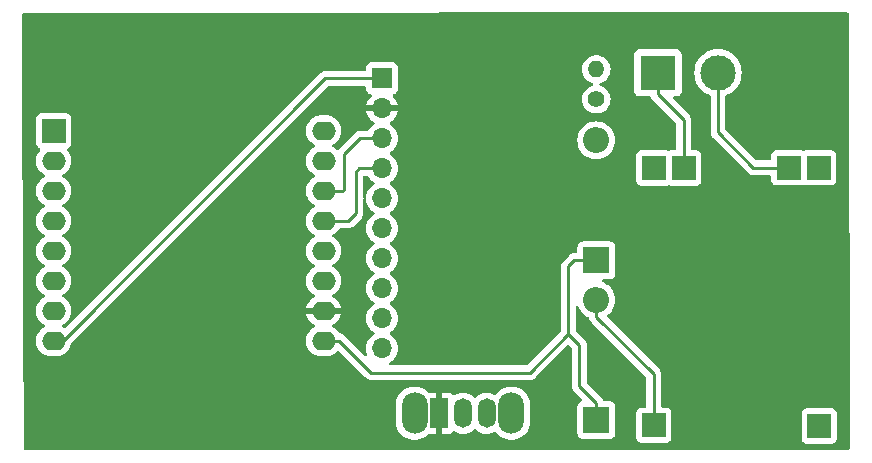
<source format=gbr>
%TF.GenerationSoftware,KiCad,Pcbnew,8.0.0*%
%TF.CreationDate,2024-03-12T15:13:44-04:00*%
%TF.ProjectId,slimevrpcb,736c696d-6576-4727-9063-622e6b696361,rev?*%
%TF.SameCoordinates,Original*%
%TF.FileFunction,Copper,L2,Bot*%
%TF.FilePolarity,Positive*%
%FSLAX46Y46*%
G04 Gerber Fmt 4.6, Leading zero omitted, Abs format (unit mm)*
G04 Created by KiCad (PCBNEW 8.0.0) date 2024-03-12 15:13:44*
%MOMM*%
%LPD*%
G01*
G04 APERTURE LIST*
%TA.AperFunction,ComponentPad*%
%ADD10R,1.700000X1.700000*%
%TD*%
%TA.AperFunction,ComponentPad*%
%ADD11O,1.700000X1.700000*%
%TD*%
%TA.AperFunction,ComponentPad*%
%ADD12R,2.200000X2.200000*%
%TD*%
%TA.AperFunction,ComponentPad*%
%ADD13O,2.200000X2.200000*%
%TD*%
%TA.AperFunction,ComponentPad*%
%ADD14C,1.400000*%
%TD*%
%TA.AperFunction,ComponentPad*%
%ADD15O,1.400000X1.400000*%
%TD*%
%TA.AperFunction,ComponentPad*%
%ADD16R,3.000000X3.000000*%
%TD*%
%TA.AperFunction,ComponentPad*%
%ADD17C,3.000000*%
%TD*%
%TA.AperFunction,ComponentPad*%
%ADD18R,2.000000X2.000000*%
%TD*%
%TA.AperFunction,ComponentPad*%
%ADD19O,2.000000X1.600000*%
%TD*%
%TA.AperFunction,ComponentPad*%
%ADD20O,2.200000X3.500000*%
%TD*%
%TA.AperFunction,ComponentPad*%
%ADD21R,1.500000X2.500000*%
%TD*%
%TA.AperFunction,ComponentPad*%
%ADD22O,1.500000X2.500000*%
%TD*%
%TA.AperFunction,ViaPad*%
%ADD23C,0.800000*%
%TD*%
%TA.AperFunction,Conductor*%
%ADD24C,0.250000*%
%TD*%
G04 APERTURE END LIST*
D10*
%TO.P,bn0085,1,vcc*%
%TO.N,3.3v*%
X135221600Y-86584600D03*
D11*
%TO.P,bn0085,2,gnd*%
%TO.N,gnd*%
X135221600Y-89124600D03*
%TO.P,bn0085,3,scl*%
%TO.N,scl*%
X135221600Y-91664600D03*
%TO.P,bn0085,4,sda*%
%TO.N,sda*%
X135221600Y-94204600D03*
%TO.P,bn0085,5,ad0*%
%TO.N,unconnected-(bn0085-ad0-Pad5)*%
X135221600Y-96744600D03*
%TO.P,bn0085,6,Pin_6*%
%TO.N,unconnected-(bn0085-Pin_6-Pad6)*%
X135221600Y-99284600D03*
%TO.P,bn0085,7,int*%
%TO.N,int*%
X135221600Y-101824600D03*
%TO.P,bn0085,8,Pin_8*%
%TO.N,unconnected-(bn0085-Pin_8-Pad8)*%
X135221600Y-104364600D03*
%TO.P,bn0085,9,Pin_9*%
%TO.N,unconnected-(bn0085-Pin_9-Pad9)*%
X135221600Y-106904600D03*
%TO.P,bn0085,10,Pin_10*%
%TO.N,unconnected-(bn0085-Pin_10-Pad10)*%
X135221600Y-109444600D03*
%TD*%
D12*
%TO.P,D1,1,K*%
%TO.N,Net-(D1-K)*%
X153361300Y-101999200D03*
D13*
%TO.P,D1,2,A*%
%TO.N,Net-(D1-A)*%
X153361300Y-91839200D03*
%TD*%
D14*
%TO.P,R1,1*%
%TO.N,Net-(BT1-+)*%
X153361300Y-88359400D03*
D15*
%TO.P,R1,2*%
%TO.N,Net-(U1-A0)*%
X153361300Y-85819400D03*
%TD*%
D12*
%TO.P,D2,1,K*%
%TO.N,Net-(D1-K)*%
X153361300Y-115505500D03*
D13*
%TO.P,D2,2,A*%
%TO.N,Net-(D1-A)*%
X153361300Y-105345500D03*
%TD*%
D16*
%TO.P,BT1,1,+*%
%TO.N,Net-(BT1-+)*%
X158583600Y-86122500D03*
D17*
%TO.P,BT1,2,-*%
%TO.N,Net-(BT1--)*%
X163663600Y-86122500D03*
%TD*%
D18*
%TO.P,D1Mini,1,~{RST}*%
%TO.N,unconnected-(U1-~{RST}-Pad1)*%
X107417100Y-91020200D03*
D19*
%TO.P,D1Mini,2,A0*%
%TO.N,Net-(U1-A0)*%
X107417100Y-93560200D03*
%TO.P,D1Mini,3,D0*%
%TO.N,unconnected-(U1-D0-Pad3)*%
X107417100Y-96100200D03*
%TO.P,D1Mini,4,SCK/D5*%
%TO.N,int*%
X107417100Y-98640200D03*
%TO.P,D1Mini,5,MISO/D6*%
%TO.N,unconnected-(U1-MISO{slash}D6-Pad5)*%
X107417100Y-101180200D03*
%TO.P,D1Mini,6,MOSI/D7*%
%TO.N,unconnected-(U1-MOSI{slash}D7-Pad6)*%
X107417100Y-103720200D03*
%TO.P,D1Mini,7,CS/D8*%
%TO.N,unconnected-(U1-CS{slash}D8-Pad7)*%
X107417100Y-106260200D03*
%TO.P,D1Mini,8,3V3*%
%TO.N,3.3v*%
X107417100Y-108800200D03*
%TO.P,D1Mini,9,5V*%
%TO.N,Net-(D1-K)*%
X130277100Y-108800200D03*
%TO.P,D1Mini,10,GND*%
%TO.N,gnd*%
X130277100Y-106260200D03*
%TO.P,D1Mini,11,D4*%
%TO.N,unconnected-(U1-D4-Pad11)*%
X130277100Y-103720200D03*
%TO.P,D1Mini,12,D3*%
%TO.N,unconnected-(U1-D3-Pad12)*%
X130277100Y-101180200D03*
%TO.P,D1Mini,13,SDA/D2*%
%TO.N,sda*%
X130277100Y-98640200D03*
%TO.P,D1Mini,14,SCL/D1*%
%TO.N,scl*%
X130277100Y-96100200D03*
%TO.P,D1Mini,15,RX*%
%TO.N,unconnected-(U1-RX-Pad15)*%
X130277100Y-93560200D03*
%TO.P,D1Mini,16,TX*%
%TO.N,unconnected-(U1-TX-Pad16)*%
X130277100Y-91020200D03*
%TD*%
D20*
%TO.P,SW1,*%
%TO.N,*%
X137974100Y-114940400D03*
X146174100Y-114940400D03*
D21*
%TO.P,SW1,1,A*%
%TO.N,gnd*%
X140074100Y-114940400D03*
D22*
%TO.P,SW1,2,B*%
%TO.N,Net-(SW1-B)*%
X142074100Y-114940400D03*
%TO.P,SW1,3,C*%
%TO.N,unconnected-(SW1-C-Pad3)*%
X144074100Y-114940400D03*
%TD*%
D18*
%TO.P,tp4056,1,out+*%
%TO.N,Net-(D1-A)*%
X158223618Y-94172341D03*
%TO.P,tp4056,2,bat+*%
%TO.N,Net-(BT1-+)*%
X160763618Y-94172341D03*
%TO.P,tp4056,3,bat-*%
%TO.N,Net-(BT1--)*%
X169647538Y-94156019D03*
%TO.P,tp4056,4,out-*%
%TO.N,Net-(SW1-B)*%
X172187538Y-94156019D03*
%TO.P,tp4056,5,+*%
%TO.N,Net-(D1-A)*%
X158223618Y-115968276D03*
%TO.P,tp4056,6,-*%
%TO.N,unconnected-(U2---Pad6)*%
X172238501Y-116019239D03*
%TD*%
D23*
%TO.N,gnd*%
X170000000Y-105000000D03*
X130000000Y-115000000D03*
X165000000Y-115000000D03*
X110000000Y-95000000D03*
X165000000Y-100000000D03*
X115000000Y-115000000D03*
X145000000Y-85000000D03*
X145000000Y-90000000D03*
X125000000Y-110000000D03*
X115000000Y-105000000D03*
X125000000Y-115000000D03*
X165000000Y-95000000D03*
X140000000Y-85000000D03*
X160000000Y-110000000D03*
X120000000Y-110000000D03*
X110000000Y-115000000D03*
X170000000Y-115000000D03*
X170000000Y-110000000D03*
X115000000Y-95000000D03*
X140000000Y-90000000D03*
X145000000Y-95000000D03*
X145000000Y-110000000D03*
X125000000Y-95000000D03*
X120000000Y-115000000D03*
X140000000Y-105000000D03*
X125000000Y-105000000D03*
X165000000Y-110000000D03*
X145000000Y-100000000D03*
X140000000Y-95000000D03*
X140000000Y-110000000D03*
X160000000Y-100000000D03*
X115000000Y-110000000D03*
X110000000Y-110000000D03*
X145000000Y-105000000D03*
X160000000Y-105000000D03*
X120000000Y-105000000D03*
X140000000Y-100000000D03*
%TD*%
D24*
%TO.N,3.3v*%
X130415400Y-86584600D02*
X135221600Y-86584600D01*
X107417100Y-108800200D02*
X108199800Y-108800200D01*
X108199800Y-108800200D02*
X130415400Y-86584600D01*
%TO.N,scl*%
X131899800Y-96100200D02*
X130277100Y-96100200D01*
X132029521Y-95970479D02*
X131899800Y-96100200D01*
X132029521Y-92970479D02*
X132029521Y-95970479D01*
X135221600Y-91664600D02*
X133335400Y-91664600D01*
X133335400Y-91664600D02*
X132029521Y-92970479D01*
%TO.N,sda*%
X132344983Y-98640200D02*
X130277100Y-98640200D01*
X132354259Y-98649476D02*
X132344983Y-98640200D01*
X133295400Y-94204600D02*
X133000000Y-94500000D01*
X133000000Y-94500000D02*
X133000000Y-98003735D01*
X133000000Y-98003735D02*
X132354259Y-98649476D01*
X135221600Y-94204600D02*
X133295400Y-94204600D01*
%TO.N,Net-(BT1-+)*%
X160763600Y-94172300D02*
X160763600Y-90129200D01*
X160763600Y-90129200D02*
X158583600Y-87949200D01*
X158583600Y-86122500D02*
X158583600Y-87949200D01*
%TO.N,Net-(BT1--)*%
X166656000Y-94156000D02*
X163663600Y-91163600D01*
X163663600Y-91163600D02*
X163663600Y-86122500D01*
X169647500Y-94156000D02*
X166656000Y-94156000D01*
%TO.N,Net-(D1-K)*%
X151000000Y-108232800D02*
X151000000Y-102500000D01*
X153361300Y-114078800D02*
X151934600Y-112652100D01*
X134303600Y-111500000D02*
X147732800Y-111500000D01*
X151934600Y-112652100D02*
X151934600Y-109167400D01*
X130277100Y-108800200D02*
X131603800Y-108800200D01*
X147732800Y-111500000D02*
X151000000Y-108232800D01*
X151000000Y-102500000D02*
X151500800Y-101999200D01*
X153361300Y-115505500D02*
X153361300Y-114078800D01*
X131603800Y-108800200D02*
X134303600Y-111500000D01*
X151500800Y-101999200D02*
X153361300Y-101999200D01*
X151934600Y-109167400D02*
X151000000Y-108232800D01*
%TO.N,Net-(D1-A)*%
X158223600Y-115968300D02*
X158223600Y-111634500D01*
X153361300Y-105345500D02*
X153361300Y-106772200D01*
X158223600Y-111634500D02*
X153361300Y-106772200D01*
%TD*%
%TA.AperFunction,Conductor*%
%TO.N,gnd*%
G36*
X134013412Y-94849785D02*
G01*
X134047948Y-94882977D01*
X134183101Y-95075996D01*
X134183106Y-95076002D01*
X134350197Y-95243093D01*
X134350203Y-95243098D01*
X134535758Y-95373025D01*
X134579383Y-95427602D01*
X134586577Y-95497100D01*
X134555054Y-95559455D01*
X134535758Y-95576175D01*
X134350197Y-95706105D01*
X134183105Y-95873197D01*
X134047565Y-96066769D01*
X134047564Y-96066771D01*
X133947698Y-96280935D01*
X133947694Y-96280944D01*
X133886538Y-96509186D01*
X133886536Y-96509196D01*
X133873028Y-96663597D01*
X133847575Y-96728665D01*
X133829166Y-96741995D01*
X133830703Y-96742697D01*
X133868477Y-96801475D01*
X133873028Y-96825602D01*
X133886536Y-96980003D01*
X133886538Y-96980013D01*
X133947694Y-97208255D01*
X133947696Y-97208259D01*
X133947697Y-97208263D01*
X134023210Y-97370200D01*
X134047565Y-97422430D01*
X134047567Y-97422434D01*
X134183101Y-97615995D01*
X134183106Y-97616002D01*
X134350197Y-97783093D01*
X134350203Y-97783098D01*
X134535758Y-97913025D01*
X134579383Y-97967602D01*
X134586577Y-98037100D01*
X134555054Y-98099455D01*
X134535758Y-98116175D01*
X134350197Y-98246105D01*
X134183105Y-98413197D01*
X134047565Y-98606769D01*
X134047564Y-98606771D01*
X133947698Y-98820935D01*
X133947694Y-98820944D01*
X133886538Y-99049186D01*
X133886536Y-99049196D01*
X133865941Y-99284599D01*
X133865941Y-99284600D01*
X133886536Y-99520003D01*
X133886538Y-99520013D01*
X133947694Y-99748255D01*
X133947696Y-99748259D01*
X133947697Y-99748263D01*
X134023210Y-99910200D01*
X134047565Y-99962430D01*
X134047567Y-99962434D01*
X134183101Y-100155995D01*
X134183106Y-100156002D01*
X134350197Y-100323093D01*
X134350203Y-100323098D01*
X134535758Y-100453025D01*
X134579383Y-100507602D01*
X134586577Y-100577100D01*
X134555054Y-100639455D01*
X134535758Y-100656175D01*
X134350197Y-100786105D01*
X134183105Y-100953197D01*
X134047565Y-101146769D01*
X134047564Y-101146771D01*
X133947698Y-101360935D01*
X133947694Y-101360944D01*
X133886538Y-101589186D01*
X133886536Y-101589196D01*
X133865941Y-101824599D01*
X133865941Y-101824600D01*
X133886536Y-102060003D01*
X133886538Y-102060013D01*
X133947694Y-102288255D01*
X133947696Y-102288259D01*
X133947697Y-102288263D01*
X134023210Y-102450200D01*
X134047565Y-102502430D01*
X134047567Y-102502434D01*
X134183101Y-102695995D01*
X134183106Y-102696002D01*
X134350197Y-102863093D01*
X134350203Y-102863098D01*
X134535758Y-102993025D01*
X134579383Y-103047602D01*
X134586577Y-103117100D01*
X134555054Y-103179455D01*
X134535758Y-103196175D01*
X134350197Y-103326105D01*
X134183105Y-103493197D01*
X134047565Y-103686769D01*
X134047564Y-103686771D01*
X133947698Y-103900935D01*
X133947694Y-103900944D01*
X133886538Y-104129186D01*
X133886536Y-104129196D01*
X133865941Y-104364599D01*
X133865941Y-104364600D01*
X133886536Y-104600003D01*
X133886538Y-104600013D01*
X133947694Y-104828255D01*
X133947696Y-104828259D01*
X133947697Y-104828263D01*
X134023210Y-104990200D01*
X134047565Y-105042430D01*
X134047567Y-105042434D01*
X134183101Y-105235995D01*
X134183106Y-105236002D01*
X134350197Y-105403093D01*
X134350203Y-105403098D01*
X134535758Y-105533025D01*
X134579383Y-105587602D01*
X134586577Y-105657100D01*
X134555054Y-105719455D01*
X134535758Y-105736175D01*
X134350197Y-105866105D01*
X134183105Y-106033197D01*
X134047565Y-106226769D01*
X134047564Y-106226771D01*
X133947698Y-106440935D01*
X133947694Y-106440944D01*
X133886538Y-106669186D01*
X133886536Y-106669196D01*
X133865941Y-106904599D01*
X133865941Y-106904600D01*
X133886536Y-107140003D01*
X133886538Y-107140013D01*
X133947694Y-107368255D01*
X133947696Y-107368259D01*
X133947697Y-107368263D01*
X134023210Y-107530200D01*
X134047565Y-107582430D01*
X134047567Y-107582434D01*
X134183101Y-107775995D01*
X134183106Y-107776002D01*
X134350197Y-107943093D01*
X134350203Y-107943098D01*
X134535758Y-108073025D01*
X134579383Y-108127602D01*
X134586577Y-108197100D01*
X134555054Y-108259455D01*
X134535758Y-108276175D01*
X134350197Y-108406105D01*
X134183105Y-108573197D01*
X134047565Y-108766769D01*
X134047564Y-108766771D01*
X133947698Y-108980935D01*
X133947694Y-108980944D01*
X133886538Y-109209186D01*
X133886536Y-109209196D01*
X133865941Y-109444599D01*
X133865941Y-109444600D01*
X133886536Y-109680003D01*
X133886538Y-109680013D01*
X133947694Y-109908255D01*
X133947696Y-109908260D01*
X133947697Y-109908263D01*
X133949665Y-109912484D01*
X133957392Y-109929053D01*
X133967883Y-109998131D01*
X133939363Y-110061914D01*
X133880886Y-110100154D01*
X133811018Y-110100707D01*
X133757328Y-110069138D01*
X132093998Y-108405808D01*
X132093978Y-108405786D01*
X132002533Y-108314341D01*
X131951309Y-108280115D01*
X131900086Y-108245888D01*
X131900083Y-108245886D01*
X131900080Y-108245885D01*
X131819592Y-108212547D01*
X131786254Y-108198738D01*
X131786255Y-108198738D01*
X131786252Y-108198737D01*
X131786248Y-108198736D01*
X131786244Y-108198735D01*
X131684527Y-108178502D01*
X131684524Y-108178502D01*
X131671187Y-108175849D01*
X131609276Y-108143464D01*
X131592388Y-108122430D01*
X131592251Y-108122531D01*
X131590173Y-108119671D01*
X131589648Y-108119017D01*
X131589390Y-108118596D01*
X131589387Y-108118590D01*
X131589382Y-108118584D01*
X131589379Y-108118578D01*
X131469071Y-107952986D01*
X131324313Y-107808228D01*
X131158711Y-107687913D01*
X131065469Y-107640403D01*
X131014674Y-107592429D01*
X130997879Y-107524607D01*
X131020417Y-107458473D01*
X131065471Y-107419434D01*
X131158447Y-107372061D01*
X131323994Y-107251782D01*
X131323995Y-107251782D01*
X131468682Y-107107095D01*
X131468682Y-107107094D01*
X131588959Y-106941549D01*
X131681855Y-106759229D01*
X131745090Y-106564613D01*
X131753709Y-106510200D01*
X130710112Y-106510200D01*
X130743025Y-106453193D01*
X130777100Y-106326026D01*
X130777100Y-106194374D01*
X130743025Y-106067207D01*
X130710112Y-106010200D01*
X131753709Y-106010200D01*
X131745090Y-105955786D01*
X131681855Y-105761170D01*
X131588959Y-105578850D01*
X131468682Y-105413305D01*
X131468682Y-105413304D01*
X131323995Y-105268617D01*
X131158449Y-105148340D01*
X131065470Y-105100965D01*
X131014674Y-105052990D01*
X130997879Y-104985169D01*
X131020416Y-104919035D01*
X131065470Y-104879995D01*
X131066020Y-104879715D01*
X131158710Y-104832487D01*
X131233919Y-104777845D01*
X131324313Y-104712171D01*
X131324315Y-104712168D01*
X131324319Y-104712166D01*
X131469066Y-104567419D01*
X131469068Y-104567415D01*
X131469071Y-104567413D01*
X131521832Y-104494790D01*
X131589387Y-104401810D01*
X131682320Y-104219419D01*
X131745577Y-104024734D01*
X131777600Y-103822552D01*
X131777600Y-103617848D01*
X131774725Y-103599698D01*
X131745577Y-103415665D01*
X131682318Y-103220976D01*
X131629390Y-103117100D01*
X131589387Y-103038590D01*
X131560358Y-102998635D01*
X131469071Y-102872986D01*
X131324313Y-102728228D01*
X131158714Y-102607915D01*
X131152106Y-102604548D01*
X131066017Y-102560683D01*
X131015223Y-102512711D01*
X130998428Y-102444890D01*
X131020965Y-102378755D01*
X131066017Y-102339716D01*
X131158710Y-102292487D01*
X131280897Y-102203714D01*
X131324313Y-102172171D01*
X131324315Y-102172168D01*
X131324319Y-102172166D01*
X131469066Y-102027419D01*
X131469068Y-102027415D01*
X131469071Y-102027413D01*
X131521832Y-101954790D01*
X131589387Y-101861810D01*
X131682320Y-101679419D01*
X131745577Y-101484734D01*
X131777600Y-101282552D01*
X131777600Y-101077848D01*
X131745577Y-100875666D01*
X131737671Y-100851335D01*
X131682318Y-100680976D01*
X131629390Y-100577100D01*
X131589387Y-100498590D01*
X131560358Y-100458635D01*
X131469071Y-100332986D01*
X131324313Y-100188228D01*
X131158714Y-100067915D01*
X131152106Y-100064548D01*
X131066017Y-100020683D01*
X131015223Y-99972711D01*
X130998428Y-99904890D01*
X131020965Y-99838755D01*
X131066017Y-99799716D01*
X131158710Y-99752487D01*
X131179870Y-99737113D01*
X131324313Y-99632171D01*
X131324315Y-99632168D01*
X131324319Y-99632166D01*
X131469066Y-99487419D01*
X131469068Y-99487415D01*
X131469071Y-99487413D01*
X131592251Y-99317869D01*
X131593923Y-99319084D01*
X131639308Y-99278031D01*
X131693215Y-99265700D01*
X132233807Y-99265700D01*
X132257997Y-99268082D01*
X132292650Y-99274975D01*
X132292651Y-99274976D01*
X132292652Y-99274976D01*
X132415867Y-99274976D01*
X132415868Y-99274975D01*
X132536710Y-99250939D01*
X132650545Y-99203788D01*
X132752992Y-99135333D01*
X133485858Y-98402468D01*
X133554312Y-98300020D01*
X133601463Y-98186186D01*
X133625501Y-98065341D01*
X133625501Y-97942128D01*
X133625501Y-97937018D01*
X133625500Y-97936992D01*
X133625500Y-96836410D01*
X133645185Y-96769371D01*
X133672358Y-96745824D01*
X133660438Y-96739068D01*
X133627931Y-96677221D01*
X133625500Y-96652789D01*
X133625500Y-94954100D01*
X133645185Y-94887061D01*
X133697989Y-94841306D01*
X133749500Y-94830100D01*
X133946373Y-94830100D01*
X134013412Y-94849785D01*
G37*
%TD.AperFunction*%
%TA.AperFunction,Conductor*%
G36*
X174672805Y-81020211D02*
G01*
X174718617Y-81072965D01*
X174729877Y-81124202D01*
X174847250Y-117898247D01*
X174827780Y-117965349D01*
X174775122Y-118011272D01*
X174723384Y-118022643D01*
X104997027Y-118097624D01*
X104929967Y-118078011D01*
X104884155Y-118025257D01*
X104872895Y-117974020D01*
X104870458Y-117210604D01*
X104865689Y-115716361D01*
X136373600Y-115716361D01*
X136413010Y-115965185D01*
X136490860Y-116204783D01*
X136523099Y-116268054D01*
X136587386Y-116394225D01*
X136605232Y-116429248D01*
X136753301Y-116633049D01*
X136753305Y-116633054D01*
X136931445Y-116811194D01*
X136931450Y-116811198D01*
X137109217Y-116940352D01*
X137135255Y-116959270D01*
X137246906Y-117016159D01*
X137359716Y-117073639D01*
X137359718Y-117073639D01*
X137359721Y-117073641D01*
X137599315Y-117151490D01*
X137848138Y-117190900D01*
X137848139Y-117190900D01*
X138100061Y-117190900D01*
X138100062Y-117190900D01*
X138348885Y-117151490D01*
X138588479Y-117073641D01*
X138812945Y-116959270D01*
X139016756Y-116811193D01*
X139109068Y-116718880D01*
X139170387Y-116685398D01*
X139210003Y-116683275D01*
X139276258Y-116690399D01*
X139276272Y-116690400D01*
X139824100Y-116690400D01*
X139824100Y-115315677D01*
X139900406Y-115359733D01*
X140014856Y-115390400D01*
X140133344Y-115390400D01*
X140247794Y-115359733D01*
X140324100Y-115315677D01*
X140324100Y-116690400D01*
X140871928Y-116690400D01*
X140871944Y-116690399D01*
X140931472Y-116683998D01*
X140931479Y-116683996D01*
X141066186Y-116633754D01*
X141066193Y-116633750D01*
X141181286Y-116547590D01*
X141209929Y-116509330D01*
X141265863Y-116467459D01*
X141335555Y-116462475D01*
X141382081Y-116483323D01*
X141414740Y-116507050D01*
X141418695Y-116509924D01*
X141530447Y-116566864D01*
X141594070Y-116599282D01*
X141594072Y-116599282D01*
X141594075Y-116599284D01*
X141694417Y-116631887D01*
X141781273Y-116660109D01*
X141975678Y-116690900D01*
X141975683Y-116690900D01*
X142172522Y-116690900D01*
X142366926Y-116660109D01*
X142387685Y-116653364D01*
X142554125Y-116599284D01*
X142729505Y-116509924D01*
X142888746Y-116394228D01*
X142986419Y-116296555D01*
X143047742Y-116263070D01*
X143117434Y-116268054D01*
X143161781Y-116296555D01*
X143259454Y-116394228D01*
X143418695Y-116509924D01*
X143488804Y-116545646D01*
X143594070Y-116599282D01*
X143594072Y-116599282D01*
X143594075Y-116599284D01*
X143694417Y-116631887D01*
X143781273Y-116660109D01*
X143975678Y-116690900D01*
X143975683Y-116690900D01*
X144172522Y-116690900D01*
X144366926Y-116660109D01*
X144387685Y-116653364D01*
X144554125Y-116599284D01*
X144729505Y-116509924D01*
X144729509Y-116509920D01*
X144733187Y-116508047D01*
X144801856Y-116495151D01*
X144866597Y-116521427D01*
X144889799Y-116545645D01*
X144953307Y-116633056D01*
X144953309Y-116633058D01*
X145131445Y-116811194D01*
X145131450Y-116811198D01*
X145309217Y-116940352D01*
X145335255Y-116959270D01*
X145446906Y-117016159D01*
X145559716Y-117073639D01*
X145559718Y-117073639D01*
X145559721Y-117073641D01*
X145799315Y-117151490D01*
X146048138Y-117190900D01*
X146048139Y-117190900D01*
X146300061Y-117190900D01*
X146300062Y-117190900D01*
X146548885Y-117151490D01*
X146788479Y-117073641D01*
X147012945Y-116959270D01*
X147216756Y-116811193D01*
X147394893Y-116633056D01*
X147542970Y-116429245D01*
X147657341Y-116204779D01*
X147735190Y-115965185D01*
X147774600Y-115716362D01*
X147774600Y-114164438D01*
X147735190Y-113915615D01*
X147657341Y-113676021D01*
X147657339Y-113676018D01*
X147657339Y-113676016D01*
X147610579Y-113584245D01*
X147542970Y-113451555D01*
X147489398Y-113377819D01*
X147394898Y-113247750D01*
X147394894Y-113247745D01*
X147216754Y-113069605D01*
X147216749Y-113069601D01*
X147012948Y-112921532D01*
X147012947Y-112921531D01*
X147012945Y-112921530D01*
X146942847Y-112885813D01*
X146788483Y-112807160D01*
X146548885Y-112729310D01*
X146300062Y-112689900D01*
X146048138Y-112689900D01*
X145923726Y-112709605D01*
X145799314Y-112729310D01*
X145559716Y-112807160D01*
X145335251Y-112921532D01*
X145131450Y-113069601D01*
X145131445Y-113069605D01*
X144953309Y-113247741D01*
X144953302Y-113247750D01*
X144889799Y-113335153D01*
X144834469Y-113377819D01*
X144764856Y-113383797D01*
X144733187Y-113372752D01*
X144554129Y-113281517D01*
X144366926Y-113220690D01*
X144172522Y-113189900D01*
X144172517Y-113189900D01*
X143975683Y-113189900D01*
X143975678Y-113189900D01*
X143781273Y-113220690D01*
X143594070Y-113281517D01*
X143418694Y-113370876D01*
X143349766Y-113420956D01*
X143259454Y-113486572D01*
X143259452Y-113486574D01*
X143259451Y-113486574D01*
X143161781Y-113584245D01*
X143100458Y-113617730D01*
X143030766Y-113612746D01*
X142986419Y-113584245D01*
X142888748Y-113486574D01*
X142888746Y-113486572D01*
X142729505Y-113370876D01*
X142554129Y-113281517D01*
X142366926Y-113220690D01*
X142172522Y-113189900D01*
X142172517Y-113189900D01*
X141975683Y-113189900D01*
X141975678Y-113189900D01*
X141781273Y-113220690D01*
X141594070Y-113281517D01*
X141418693Y-113370877D01*
X141418685Y-113370882D01*
X141382080Y-113397477D01*
X141316273Y-113420956D01*
X141248219Y-113405130D01*
X141209930Y-113371470D01*
X141181287Y-113333209D01*
X141066193Y-113247049D01*
X141066186Y-113247045D01*
X140931479Y-113196803D01*
X140931472Y-113196801D01*
X140871944Y-113190400D01*
X140324100Y-113190400D01*
X140324100Y-114565122D01*
X140247794Y-114521067D01*
X140133344Y-114490400D01*
X140014856Y-114490400D01*
X139900406Y-114521067D01*
X139824100Y-114565122D01*
X139824100Y-113190400D01*
X139276272Y-113190400D01*
X139276253Y-113190401D01*
X139210001Y-113197524D01*
X139141242Y-113185119D01*
X139109065Y-113161916D01*
X139016754Y-113069605D01*
X139016749Y-113069601D01*
X138812948Y-112921532D01*
X138812947Y-112921531D01*
X138812945Y-112921530D01*
X138742847Y-112885813D01*
X138588483Y-112807160D01*
X138348885Y-112729310D01*
X138100062Y-112689900D01*
X137848138Y-112689900D01*
X137723726Y-112709605D01*
X137599314Y-112729310D01*
X137359716Y-112807160D01*
X137135251Y-112921532D01*
X136931450Y-113069601D01*
X136931445Y-113069605D01*
X136753305Y-113247745D01*
X136753301Y-113247750D01*
X136605232Y-113451551D01*
X136490860Y-113676016D01*
X136413010Y-113915614D01*
X136373600Y-114164438D01*
X136373600Y-115716361D01*
X104865689Y-115716361D01*
X104843941Y-108902551D01*
X105916600Y-108902551D01*
X105948622Y-109104734D01*
X106011881Y-109299423D01*
X106075791Y-109424853D01*
X106102796Y-109477852D01*
X106104815Y-109481813D01*
X106225128Y-109647413D01*
X106369886Y-109792171D01*
X106524849Y-109904756D01*
X106535490Y-109912487D01*
X106651707Y-109971703D01*
X106717876Y-110005418D01*
X106717878Y-110005418D01*
X106717881Y-110005420D01*
X106822237Y-110039327D01*
X106912565Y-110068677D01*
X107013657Y-110084688D01*
X107114748Y-110100700D01*
X107114749Y-110100700D01*
X107719451Y-110100700D01*
X107719452Y-110100700D01*
X107921634Y-110068677D01*
X108116319Y-110005420D01*
X108298710Y-109912487D01*
X108391690Y-109844932D01*
X108464313Y-109792171D01*
X108464315Y-109792168D01*
X108464319Y-109792166D01*
X108609066Y-109647419D01*
X108609068Y-109647415D01*
X108609071Y-109647413D01*
X108661832Y-109574790D01*
X108729387Y-109481810D01*
X108822320Y-109299419D01*
X108885577Y-109104734D01*
X108899170Y-109018909D01*
X108929099Y-108955775D01*
X108933944Y-108950644D01*
X130638171Y-87246419D01*
X130699494Y-87212934D01*
X130725852Y-87210100D01*
X133747101Y-87210100D01*
X133814140Y-87229785D01*
X133859895Y-87282589D01*
X133871101Y-87334100D01*
X133871101Y-87482476D01*
X133877508Y-87542083D01*
X133927802Y-87676928D01*
X133927806Y-87676935D01*
X134014052Y-87792144D01*
X134014055Y-87792147D01*
X134129264Y-87878393D01*
X134129271Y-87878397D01*
X134129274Y-87878398D01*
X134261198Y-87927602D01*
X134317131Y-87969473D01*
X134341549Y-88034937D01*
X134326698Y-88103210D01*
X134305547Y-88131465D01*
X134183486Y-88253526D01*
X134048000Y-88447020D01*
X134047999Y-88447022D01*
X133948170Y-88661107D01*
X133948167Y-88661113D01*
X133890964Y-88874599D01*
X133890964Y-88874600D01*
X134788588Y-88874600D01*
X134755675Y-88931607D01*
X134721600Y-89058774D01*
X134721600Y-89190426D01*
X134755675Y-89317593D01*
X134788588Y-89374600D01*
X133890964Y-89374600D01*
X133948167Y-89588086D01*
X133948170Y-89588092D01*
X134047999Y-89802178D01*
X134183494Y-89995682D01*
X134350517Y-90162705D01*
X134536195Y-90292719D01*
X134579819Y-90347296D01*
X134587012Y-90416795D01*
X134555490Y-90479149D01*
X134536195Y-90495869D01*
X134350194Y-90626108D01*
X134183105Y-90793197D01*
X134047948Y-90986223D01*
X133993371Y-91029848D01*
X133946373Y-91039100D01*
X133273789Y-91039100D01*
X133213371Y-91051118D01*
X133152948Y-91063137D01*
X133152943Y-91063138D01*
X133118946Y-91077220D01*
X133105797Y-91082667D01*
X133039119Y-91110285D01*
X133039107Y-91110292D01*
X133020759Y-91122551D01*
X133020760Y-91122552D01*
X132936668Y-91178740D01*
X132914474Y-91200935D01*
X132849542Y-91265867D01*
X131543665Y-92571743D01*
X131543654Y-92571756D01*
X131541146Y-92575510D01*
X131487528Y-92620308D01*
X131418202Y-92629007D01*
X131355178Y-92598844D01*
X131350372Y-92594287D01*
X131324313Y-92568228D01*
X131158714Y-92447915D01*
X131152106Y-92444548D01*
X131066017Y-92400683D01*
X131015223Y-92352711D01*
X130998428Y-92284890D01*
X131020965Y-92218755D01*
X131066017Y-92179716D01*
X131158710Y-92132487D01*
X131216710Y-92090348D01*
X131324313Y-92012171D01*
X131324315Y-92012168D01*
X131324319Y-92012166D01*
X131469066Y-91867419D01*
X131469068Y-91867415D01*
X131469071Y-91867413D01*
X131521832Y-91794790D01*
X131589387Y-91701810D01*
X131682320Y-91519419D01*
X131745577Y-91324734D01*
X131777600Y-91122552D01*
X131777600Y-90917848D01*
X131745577Y-90715666D01*
X131682320Y-90520981D01*
X131682318Y-90520978D01*
X131682318Y-90520976D01*
X131629234Y-90416795D01*
X131589387Y-90338590D01*
X131556060Y-90292719D01*
X131469071Y-90172986D01*
X131324313Y-90028228D01*
X131158713Y-89907915D01*
X131158712Y-89907914D01*
X131158710Y-89907913D01*
X131101753Y-89878891D01*
X130976323Y-89814981D01*
X130781634Y-89751722D01*
X130607095Y-89724078D01*
X130579452Y-89719700D01*
X129974748Y-89719700D01*
X129950429Y-89723551D01*
X129772565Y-89751722D01*
X129577876Y-89814981D01*
X129395486Y-89907915D01*
X129229886Y-90028228D01*
X129085128Y-90172986D01*
X128964815Y-90338586D01*
X128871881Y-90520976D01*
X128808622Y-90715665D01*
X128776600Y-90917848D01*
X128776600Y-91122551D01*
X128808622Y-91324734D01*
X128871881Y-91519423D01*
X128964815Y-91701813D01*
X129085128Y-91867413D01*
X129229886Y-92012171D01*
X129337490Y-92090348D01*
X129395490Y-92132487D01*
X129486940Y-92179083D01*
X129488180Y-92179715D01*
X129538976Y-92227690D01*
X129555771Y-92295511D01*
X129533234Y-92361646D01*
X129488180Y-92400685D01*
X129395486Y-92447915D01*
X129229886Y-92568228D01*
X129085128Y-92712986D01*
X128964815Y-92878586D01*
X128871881Y-93060976D01*
X128808622Y-93255665D01*
X128776600Y-93457848D01*
X128776600Y-93662551D01*
X128808622Y-93864734D01*
X128871881Y-94059423D01*
X128964815Y-94241813D01*
X129085128Y-94407413D01*
X129229886Y-94552171D01*
X129353328Y-94641855D01*
X129395490Y-94672487D01*
X129469722Y-94710310D01*
X129488180Y-94719715D01*
X129538976Y-94767690D01*
X129555771Y-94835511D01*
X129533234Y-94901646D01*
X129488180Y-94940685D01*
X129395486Y-94987915D01*
X129229886Y-95108228D01*
X129085128Y-95252986D01*
X128964815Y-95418586D01*
X128871881Y-95600976D01*
X128808622Y-95795665D01*
X128776600Y-95997848D01*
X128776600Y-96202551D01*
X128808622Y-96404734D01*
X128871881Y-96599423D01*
X128911522Y-96677221D01*
X128956772Y-96766029D01*
X128964815Y-96781813D01*
X129085128Y-96947413D01*
X129229886Y-97092171D01*
X129384849Y-97204756D01*
X129395490Y-97212487D01*
X129486940Y-97259083D01*
X129488180Y-97259715D01*
X129538976Y-97307690D01*
X129555771Y-97375511D01*
X129533234Y-97441646D01*
X129488180Y-97480685D01*
X129395486Y-97527915D01*
X129229886Y-97648228D01*
X129085128Y-97792986D01*
X128964815Y-97958586D01*
X128871881Y-98140976D01*
X128808622Y-98335665D01*
X128776600Y-98537848D01*
X128776600Y-98742551D01*
X128808622Y-98944734D01*
X128871881Y-99139423D01*
X128928700Y-99250935D01*
X128942506Y-99278031D01*
X128964815Y-99321813D01*
X129085128Y-99487413D01*
X129229886Y-99632171D01*
X129384849Y-99744756D01*
X129395490Y-99752487D01*
X129486940Y-99799083D01*
X129488180Y-99799715D01*
X129538976Y-99847690D01*
X129555771Y-99915511D01*
X129533234Y-99981646D01*
X129488180Y-100020685D01*
X129395486Y-100067915D01*
X129229886Y-100188228D01*
X129085128Y-100332986D01*
X128964815Y-100498586D01*
X128871881Y-100680976D01*
X128808622Y-100875665D01*
X128776600Y-101077848D01*
X128776600Y-101282551D01*
X128808622Y-101484734D01*
X128871881Y-101679423D01*
X128964815Y-101861813D01*
X129085128Y-102027413D01*
X129229886Y-102172171D01*
X129384093Y-102284207D01*
X129395490Y-102292487D01*
X129486940Y-102339083D01*
X129488180Y-102339715D01*
X129538976Y-102387690D01*
X129555771Y-102455511D01*
X129533234Y-102521646D01*
X129488180Y-102560685D01*
X129395486Y-102607915D01*
X129229886Y-102728228D01*
X129085128Y-102872986D01*
X128964815Y-103038586D01*
X128871881Y-103220976D01*
X128808622Y-103415665D01*
X128776600Y-103617848D01*
X128776600Y-103822551D01*
X128808622Y-104024734D01*
X128871881Y-104219423D01*
X128964815Y-104401813D01*
X129085128Y-104567413D01*
X129229886Y-104712171D01*
X129384849Y-104824756D01*
X129395490Y-104832487D01*
X129467524Y-104869190D01*
X129488729Y-104879995D01*
X129539525Y-104927970D01*
X129556320Y-104995791D01*
X129533782Y-105061926D01*
X129488729Y-105100965D01*
X129395750Y-105148340D01*
X129230205Y-105268617D01*
X129230204Y-105268617D01*
X129085517Y-105413304D01*
X129085517Y-105413305D01*
X128965240Y-105578850D01*
X128872344Y-105761170D01*
X128809109Y-105955786D01*
X128800491Y-106010200D01*
X129844088Y-106010200D01*
X129811175Y-106067207D01*
X129777100Y-106194374D01*
X129777100Y-106326026D01*
X129811175Y-106453193D01*
X129844088Y-106510200D01*
X128800491Y-106510200D01*
X128809109Y-106564613D01*
X128872344Y-106759229D01*
X128965240Y-106941549D01*
X129085517Y-107107094D01*
X129085517Y-107107095D01*
X129230204Y-107251782D01*
X129395752Y-107372061D01*
X129488728Y-107419434D01*
X129539525Y-107467408D01*
X129556320Y-107535229D01*
X129533783Y-107601364D01*
X129488730Y-107640403D01*
X129395488Y-107687913D01*
X129229886Y-107808228D01*
X129085128Y-107952986D01*
X128964815Y-108118586D01*
X128871881Y-108300976D01*
X128808622Y-108495665D01*
X128776600Y-108697848D01*
X128776600Y-108902551D01*
X128808622Y-109104734D01*
X128871881Y-109299423D01*
X128935791Y-109424853D01*
X128962796Y-109477852D01*
X128964815Y-109481813D01*
X129085128Y-109647413D01*
X129229886Y-109792171D01*
X129384849Y-109904756D01*
X129395490Y-109912487D01*
X129511707Y-109971703D01*
X129577876Y-110005418D01*
X129577878Y-110005418D01*
X129577881Y-110005420D01*
X129682237Y-110039327D01*
X129772565Y-110068677D01*
X129873657Y-110084688D01*
X129974748Y-110100700D01*
X129974749Y-110100700D01*
X130579451Y-110100700D01*
X130579452Y-110100700D01*
X130781634Y-110068677D01*
X130976319Y-110005420D01*
X131158710Y-109912487D01*
X131324319Y-109792166D01*
X131430069Y-109686415D01*
X131491388Y-109652933D01*
X131561080Y-109657917D01*
X131605428Y-109686418D01*
X133814616Y-111895606D01*
X133814645Y-111895637D01*
X133904864Y-111985856D01*
X133904867Y-111985858D01*
X133965840Y-112026598D01*
X133965841Y-112026600D01*
X133982453Y-112037699D01*
X134007315Y-112054312D01*
X134073996Y-112081931D01*
X134073998Y-112081933D01*
X134114240Y-112098601D01*
X134121148Y-112101463D01*
X134181571Y-112113481D01*
X134241993Y-112125500D01*
X147794407Y-112125500D01*
X147854829Y-112113481D01*
X147915252Y-112101463D01*
X147915255Y-112101461D01*
X147915258Y-112101461D01*
X147948587Y-112087654D01*
X147948586Y-112087654D01*
X147948592Y-112087652D01*
X148029086Y-112054312D01*
X148080309Y-112020084D01*
X148131533Y-111985858D01*
X148218658Y-111898733D01*
X148218658Y-111898731D01*
X148228866Y-111888524D01*
X148228867Y-111888521D01*
X150912322Y-109205067D01*
X150973641Y-109171585D01*
X151043333Y-109176569D01*
X151087680Y-109205070D01*
X151272781Y-109390171D01*
X151306266Y-109451494D01*
X151309100Y-109477852D01*
X151309100Y-112713711D01*
X151333135Y-112834544D01*
X151333140Y-112834561D01*
X151380285Y-112948380D01*
X151380290Y-112948389D01*
X151414514Y-112999607D01*
X151414515Y-112999609D01*
X151448740Y-113050831D01*
X151448741Y-113050832D01*
X151448742Y-113050833D01*
X151535867Y-113137958D01*
X151535868Y-113137958D01*
X151542935Y-113145025D01*
X151542934Y-113145025D01*
X151542938Y-113145028D01*
X152130640Y-113732730D01*
X152164125Y-113794053D01*
X152159141Y-113863745D01*
X152117269Y-113919678D01*
X152086293Y-113936593D01*
X152018970Y-113961703D01*
X152018964Y-113961706D01*
X151903755Y-114047952D01*
X151903752Y-114047955D01*
X151817506Y-114163164D01*
X151817502Y-114163171D01*
X151767208Y-114298017D01*
X151762482Y-114341983D01*
X151760801Y-114357623D01*
X151760800Y-114357635D01*
X151760800Y-116653370D01*
X151760801Y-116653376D01*
X151767208Y-116712983D01*
X151817502Y-116847828D01*
X151817506Y-116847835D01*
X151903752Y-116963044D01*
X151903755Y-116963047D01*
X152018964Y-117049293D01*
X152018971Y-117049297D01*
X152153817Y-117099591D01*
X152153816Y-117099591D01*
X152160744Y-117100335D01*
X152213427Y-117106000D01*
X154509172Y-117105999D01*
X154568783Y-117099591D01*
X154703631Y-117049296D01*
X154818846Y-116963046D01*
X154905096Y-116847831D01*
X154955391Y-116712983D01*
X154961800Y-116653373D01*
X154961799Y-114357628D01*
X154955391Y-114298017D01*
X154905569Y-114164438D01*
X154905097Y-114163171D01*
X154905093Y-114163164D01*
X154818847Y-114047955D01*
X154818844Y-114047952D01*
X154703635Y-113961706D01*
X154703628Y-113961702D01*
X154568782Y-113911408D01*
X154568783Y-113911408D01*
X154509183Y-113905001D01*
X154509181Y-113905000D01*
X154509173Y-113905000D01*
X154509165Y-113905000D01*
X154049201Y-113905000D01*
X153982162Y-113885315D01*
X153936407Y-113832511D01*
X153934640Y-113828453D01*
X153920391Y-113794053D01*
X153915611Y-113782514D01*
X153915609Y-113782511D01*
X153915607Y-113782507D01*
X153847159Y-113680068D01*
X153843107Y-113676016D01*
X153760033Y-113592942D01*
X153760032Y-113592941D01*
X152596419Y-112429328D01*
X152562934Y-112368005D01*
X152560100Y-112341647D01*
X152560100Y-109105796D01*
X152559889Y-109104734D01*
X152536063Y-108984948D01*
X152522252Y-108951607D01*
X152488912Y-108871114D01*
X152454684Y-108819890D01*
X152420458Y-108768667D01*
X152420456Y-108768664D01*
X152330237Y-108678445D01*
X152330206Y-108678416D01*
X151661819Y-108010029D01*
X151628334Y-107948706D01*
X151625500Y-107922348D01*
X151625500Y-105960607D01*
X151645185Y-105893568D01*
X151697989Y-105847813D01*
X151767147Y-105837869D01*
X151830703Y-105866894D01*
X151864061Y-105913155D01*
X151930831Y-106074355D01*
X151930833Y-106074358D01*
X152062460Y-106289153D01*
X152062461Y-106289156D01*
X152062464Y-106289159D01*
X152226076Y-106480724D01*
X152324439Y-106564734D01*
X152417643Y-106644338D01*
X152417646Y-106644339D01*
X152605438Y-106759419D01*
X152632441Y-106775966D01*
X152671306Y-106792064D01*
X152725709Y-106835903D01*
X152745472Y-106882435D01*
X152759096Y-106950931D01*
X152759836Y-106954649D01*
X152759839Y-106954659D01*
X152806985Y-107068481D01*
X152806988Y-107068486D01*
X152833001Y-107107416D01*
X152833002Y-107107419D01*
X152833003Y-107107419D01*
X152875440Y-107170931D01*
X152875441Y-107170932D01*
X152875442Y-107170933D01*
X152962567Y-107258058D01*
X152962568Y-107258058D01*
X152969635Y-107265125D01*
X152969634Y-107265125D01*
X152969638Y-107265128D01*
X157561781Y-111857271D01*
X157595266Y-111918594D01*
X157598100Y-111944952D01*
X157598100Y-114343776D01*
X157578415Y-114410815D01*
X157525611Y-114456570D01*
X157474100Y-114467776D01*
X157175748Y-114467776D01*
X157175741Y-114467777D01*
X157116134Y-114474184D01*
X156981289Y-114524478D01*
X156981282Y-114524482D01*
X156866073Y-114610728D01*
X156866070Y-114610731D01*
X156779824Y-114725940D01*
X156779820Y-114725947D01*
X156729526Y-114860793D01*
X156723119Y-114920392D01*
X156723119Y-114920399D01*
X156723118Y-114920411D01*
X156723118Y-117016146D01*
X156723119Y-117016152D01*
X156729526Y-117075759D01*
X156779820Y-117210604D01*
X156779824Y-117210611D01*
X156866070Y-117325820D01*
X156866073Y-117325823D01*
X156981282Y-117412069D01*
X156981289Y-117412073D01*
X157116135Y-117462367D01*
X157116134Y-117462367D01*
X157122320Y-117463032D01*
X157175745Y-117468776D01*
X159271490Y-117468775D01*
X159331101Y-117462367D01*
X159465949Y-117412072D01*
X159581164Y-117325822D01*
X159667414Y-117210607D01*
X159717709Y-117075759D01*
X159718639Y-117067109D01*
X170738001Y-117067109D01*
X170738002Y-117067115D01*
X170744409Y-117126722D01*
X170794703Y-117261567D01*
X170794707Y-117261574D01*
X170880953Y-117376783D01*
X170880956Y-117376786D01*
X170996165Y-117463032D01*
X170996172Y-117463036D01*
X171131018Y-117513330D01*
X171131017Y-117513330D01*
X171137945Y-117514074D01*
X171190628Y-117519739D01*
X173286373Y-117519738D01*
X173345984Y-117513330D01*
X173480832Y-117463035D01*
X173596047Y-117376785D01*
X173682297Y-117261570D01*
X173732592Y-117126722D01*
X173739001Y-117067112D01*
X173739000Y-114971367D01*
X173732592Y-114911756D01*
X173682297Y-114776908D01*
X173682296Y-114776907D01*
X173682294Y-114776903D01*
X173596048Y-114661694D01*
X173596045Y-114661691D01*
X173480836Y-114575445D01*
X173480829Y-114575441D01*
X173345983Y-114525147D01*
X173345984Y-114525147D01*
X173286384Y-114518740D01*
X173286382Y-114518739D01*
X173286374Y-114518739D01*
X173286365Y-114518739D01*
X171190630Y-114518739D01*
X171190624Y-114518740D01*
X171131017Y-114525147D01*
X170996172Y-114575441D01*
X170996165Y-114575445D01*
X170880956Y-114661691D01*
X170880953Y-114661694D01*
X170794707Y-114776903D01*
X170794703Y-114776910D01*
X170744409Y-114911756D01*
X170743479Y-114920411D01*
X170738002Y-114971362D01*
X170738001Y-114971374D01*
X170738001Y-117067109D01*
X159718639Y-117067109D01*
X159724118Y-117016149D01*
X159724117Y-114920404D01*
X159717709Y-114860793D01*
X159667414Y-114725945D01*
X159667413Y-114725944D01*
X159667411Y-114725940D01*
X159581165Y-114610731D01*
X159581162Y-114610728D01*
X159465953Y-114524482D01*
X159465946Y-114524478D01*
X159331100Y-114474184D01*
X159331101Y-114474184D01*
X159271501Y-114467777D01*
X159271499Y-114467776D01*
X159271491Y-114467776D01*
X159271483Y-114467776D01*
X158973100Y-114467776D01*
X158906061Y-114448091D01*
X158860306Y-114395287D01*
X158849100Y-114343776D01*
X158849100Y-111702241D01*
X158849101Y-111702220D01*
X158849101Y-111572891D01*
X158825064Y-111452055D01*
X158825063Y-111452049D01*
X158777912Y-111338215D01*
X158709458Y-111235767D01*
X158709455Y-111235763D01*
X154298989Y-106825299D01*
X154265504Y-106763976D01*
X154270488Y-106694284D01*
X154306139Y-106643328D01*
X154398161Y-106564734D01*
X154496524Y-106480724D01*
X154660136Y-106289159D01*
X154791766Y-106074359D01*
X154888173Y-105841611D01*
X154946983Y-105596648D01*
X154966749Y-105345500D01*
X154946983Y-105094352D01*
X154888173Y-104849389D01*
X154791766Y-104616641D01*
X154791766Y-104616640D01*
X154660139Y-104401846D01*
X154660138Y-104401843D01*
X154623175Y-104358566D01*
X154496524Y-104210276D01*
X154369871Y-104102104D01*
X154304956Y-104046661D01*
X154304953Y-104046660D01*
X154090159Y-103915033D01*
X153904810Y-103838260D01*
X153850407Y-103794419D01*
X153828342Y-103728125D01*
X153845621Y-103660426D01*
X153896758Y-103612815D01*
X153952261Y-103599699D01*
X154509172Y-103599699D01*
X154568783Y-103593291D01*
X154703631Y-103542996D01*
X154818846Y-103456746D01*
X154905096Y-103341531D01*
X154955391Y-103206683D01*
X154961800Y-103147073D01*
X154961799Y-100851328D01*
X154955391Y-100791717D01*
X154953298Y-100786106D01*
X154905097Y-100656871D01*
X154905093Y-100656864D01*
X154818847Y-100541655D01*
X154818844Y-100541652D01*
X154703635Y-100455406D01*
X154703628Y-100455402D01*
X154568782Y-100405108D01*
X154568783Y-100405108D01*
X154509183Y-100398701D01*
X154509181Y-100398700D01*
X154509173Y-100398700D01*
X154509164Y-100398700D01*
X152213429Y-100398700D01*
X152213423Y-100398701D01*
X152153816Y-100405108D01*
X152018971Y-100455402D01*
X152018964Y-100455406D01*
X151903755Y-100541652D01*
X151903752Y-100541655D01*
X151817506Y-100656864D01*
X151817502Y-100656871D01*
X151767208Y-100791717D01*
X151760801Y-100851316D01*
X151760801Y-100851323D01*
X151760800Y-100851335D01*
X151760800Y-101249700D01*
X151741115Y-101316739D01*
X151688311Y-101362494D01*
X151636800Y-101373700D01*
X151439189Y-101373700D01*
X151378771Y-101385718D01*
X151341059Y-101393219D01*
X151318350Y-101397736D01*
X151318348Y-101397737D01*
X151285007Y-101411547D01*
X151204518Y-101444885D01*
X151204514Y-101444887D01*
X151174115Y-101465200D01*
X151163887Y-101472035D01*
X151102068Y-101513340D01*
X151058505Y-101556903D01*
X151014942Y-101600467D01*
X150514144Y-102101264D01*
X150514138Y-102101272D01*
X150445692Y-102203705D01*
X150445684Y-102203719D01*
X150412347Y-102284207D01*
X150406823Y-102297543D01*
X150398537Y-102317545D01*
X150398535Y-102317553D01*
X150374500Y-102438389D01*
X150374500Y-107922347D01*
X150354815Y-107989386D01*
X150338181Y-108010028D01*
X147510029Y-110838181D01*
X147448706Y-110871666D01*
X147422348Y-110874500D01*
X135910053Y-110874500D01*
X135843014Y-110854815D01*
X135797259Y-110802011D01*
X135787315Y-110732853D01*
X135816340Y-110669297D01*
X135857646Y-110638118D01*
X135899430Y-110618635D01*
X136093001Y-110483095D01*
X136260095Y-110316001D01*
X136395635Y-110122430D01*
X136495503Y-109908263D01*
X136556663Y-109680008D01*
X136577259Y-109444600D01*
X136556663Y-109209192D01*
X136495503Y-108980937D01*
X136395635Y-108766771D01*
X136335958Y-108681542D01*
X136260094Y-108573197D01*
X136093002Y-108406106D01*
X136092996Y-108406101D01*
X135907442Y-108276175D01*
X135863817Y-108221598D01*
X135856623Y-108152100D01*
X135888146Y-108089745D01*
X135907442Y-108073025D01*
X135997411Y-108010028D01*
X136093001Y-107943095D01*
X136260095Y-107776001D01*
X136395635Y-107582430D01*
X136495503Y-107368263D01*
X136556663Y-107140008D01*
X136577259Y-106904600D01*
X136556663Y-106669192D01*
X136506164Y-106480724D01*
X136495505Y-106440944D01*
X136495504Y-106440943D01*
X136495503Y-106440937D01*
X136395635Y-106226771D01*
X136372951Y-106194374D01*
X136260094Y-106033197D01*
X136093002Y-105866106D01*
X136092996Y-105866101D01*
X135907442Y-105736175D01*
X135863817Y-105681598D01*
X135856623Y-105612100D01*
X135888146Y-105549745D01*
X135907442Y-105533025D01*
X135929626Y-105517491D01*
X136093001Y-105403095D01*
X136260095Y-105236001D01*
X136395635Y-105042430D01*
X136495503Y-104828263D01*
X136556663Y-104600008D01*
X136577259Y-104364600D01*
X136556663Y-104129192D01*
X136495503Y-103900937D01*
X136395635Y-103686771D01*
X136385424Y-103672187D01*
X136260094Y-103493197D01*
X136093002Y-103326106D01*
X136092996Y-103326101D01*
X135907442Y-103196175D01*
X135863817Y-103141598D01*
X135856623Y-103072100D01*
X135888146Y-103009745D01*
X135907442Y-102993025D01*
X136078882Y-102872981D01*
X136093001Y-102863095D01*
X136260095Y-102696001D01*
X136395635Y-102502430D01*
X136495503Y-102288263D01*
X136556663Y-102060008D01*
X136577259Y-101824600D01*
X136556663Y-101589192D01*
X136495503Y-101360937D01*
X136395635Y-101146771D01*
X136260095Y-100953199D01*
X136260094Y-100953197D01*
X136093002Y-100786106D01*
X136092996Y-100786101D01*
X135907442Y-100656175D01*
X135863817Y-100601598D01*
X135856623Y-100532100D01*
X135888146Y-100469745D01*
X135907442Y-100453025D01*
X135975874Y-100405108D01*
X136093001Y-100323095D01*
X136260095Y-100156001D01*
X136395635Y-99962430D01*
X136495503Y-99748263D01*
X136556663Y-99520008D01*
X136577259Y-99284600D01*
X136556663Y-99049192D01*
X136495503Y-98820937D01*
X136395635Y-98606771D01*
X136260095Y-98413199D01*
X136260094Y-98413197D01*
X136093002Y-98246106D01*
X136092996Y-98246101D01*
X135907442Y-98116175D01*
X135863817Y-98061598D01*
X135856623Y-97992100D01*
X135888146Y-97929745D01*
X135907442Y-97913025D01*
X136078882Y-97792981D01*
X136093001Y-97783095D01*
X136260095Y-97616001D01*
X136395635Y-97422430D01*
X136495503Y-97208263D01*
X136556663Y-96980008D01*
X136577259Y-96744600D01*
X136556663Y-96509192D01*
X136495503Y-96280937D01*
X136395635Y-96066771D01*
X136260095Y-95873199D01*
X136260094Y-95873197D01*
X136093002Y-95706106D01*
X136092996Y-95706101D01*
X135907442Y-95576175D01*
X135863817Y-95521598D01*
X135856623Y-95452100D01*
X135888146Y-95389745D01*
X135907442Y-95373025D01*
X135929626Y-95357491D01*
X136093001Y-95243095D01*
X136260095Y-95076001D01*
X136395635Y-94882430D01*
X136495503Y-94668263D01*
X136556663Y-94440008D01*
X136577259Y-94204600D01*
X136556663Y-93969192D01*
X136495503Y-93740937D01*
X136395635Y-93526771D01*
X136395252Y-93526223D01*
X136260094Y-93333197D01*
X136093002Y-93166106D01*
X136092996Y-93166101D01*
X135907442Y-93036175D01*
X135863817Y-92981598D01*
X135856623Y-92912100D01*
X135888146Y-92849745D01*
X135907442Y-92833025D01*
X135979086Y-92782859D01*
X136093001Y-92703095D01*
X136260095Y-92536001D01*
X136395635Y-92342430D01*
X136495503Y-92128263D01*
X136556663Y-91900008D01*
X136561983Y-91839200D01*
X151755851Y-91839200D01*
X151775617Y-92090351D01*
X151834426Y-92335310D01*
X151930833Y-92568059D01*
X152062460Y-92782853D01*
X152062461Y-92782856D01*
X152075800Y-92798474D01*
X152226076Y-92974424D01*
X152331961Y-93064858D01*
X152417643Y-93138038D01*
X152417646Y-93138039D01*
X152632440Y-93269666D01*
X152865189Y-93366073D01*
X153110152Y-93424883D01*
X153361300Y-93444649D01*
X153612448Y-93424883D01*
X153857411Y-93366073D01*
X154090159Y-93269666D01*
X154304959Y-93138036D01*
X154496524Y-92974424D01*
X154660136Y-92782859D01*
X154791766Y-92568059D01*
X154888173Y-92335311D01*
X154946983Y-92090348D01*
X154966749Y-91839200D01*
X154946983Y-91588052D01*
X154888173Y-91343089D01*
X154791766Y-91110341D01*
X154791766Y-91110340D01*
X154660139Y-90895546D01*
X154660138Y-90895543D01*
X154623175Y-90852266D01*
X154496524Y-90703976D01*
X154369871Y-90595804D01*
X154304956Y-90540361D01*
X154304953Y-90540360D01*
X154090159Y-90408733D01*
X153857410Y-90312326D01*
X153612451Y-90253517D01*
X153361300Y-90233751D01*
X153110148Y-90253517D01*
X152865189Y-90312326D01*
X152632440Y-90408733D01*
X152417646Y-90540360D01*
X152417643Y-90540361D01*
X152226076Y-90703976D01*
X152062461Y-90895543D01*
X152062460Y-90895546D01*
X151930833Y-91110340D01*
X151834426Y-91343089D01*
X151775617Y-91588048D01*
X151755851Y-91839200D01*
X136561983Y-91839200D01*
X136577259Y-91664600D01*
X136556663Y-91429192D01*
X136495503Y-91200937D01*
X136395635Y-90986771D01*
X136395252Y-90986223D01*
X136260094Y-90793197D01*
X136093002Y-90626106D01*
X136093001Y-90626105D01*
X135907005Y-90495869D01*
X135863381Y-90441292D01*
X135856188Y-90371793D01*
X135887710Y-90309439D01*
X135907005Y-90292719D01*
X136092682Y-90162705D01*
X136259705Y-89995682D01*
X136395200Y-89802178D01*
X136495029Y-89588092D01*
X136495032Y-89588086D01*
X136552236Y-89374600D01*
X135654612Y-89374600D01*
X135687525Y-89317593D01*
X135721600Y-89190426D01*
X135721600Y-89058774D01*
X135687525Y-88931607D01*
X135654612Y-88874600D01*
X136552236Y-88874600D01*
X136552235Y-88874599D01*
X136495032Y-88661113D01*
X136495029Y-88661107D01*
X136395200Y-88447022D01*
X136395199Y-88447020D01*
X136333847Y-88359400D01*
X152155657Y-88359400D01*
X152176184Y-88580935D01*
X152176185Y-88580937D01*
X152237069Y-88794923D01*
X152237075Y-88794938D01*
X152336238Y-88994083D01*
X152336243Y-88994091D01*
X152470320Y-89171638D01*
X152634737Y-89321523D01*
X152634739Y-89321525D01*
X152823895Y-89438645D01*
X152823896Y-89438645D01*
X152823899Y-89438647D01*
X153031360Y-89519018D01*
X153250057Y-89559900D01*
X153250059Y-89559900D01*
X153472541Y-89559900D01*
X153472543Y-89559900D01*
X153691240Y-89519018D01*
X153898701Y-89438647D01*
X154087862Y-89321524D01*
X154252281Y-89171636D01*
X154386358Y-88994089D01*
X154485529Y-88794928D01*
X154546415Y-88580936D01*
X154566943Y-88359400D01*
X154565880Y-88347933D01*
X154546415Y-88137864D01*
X154546414Y-88137862D01*
X154543639Y-88128110D01*
X154485529Y-87923872D01*
X154456130Y-87864831D01*
X154386361Y-87724716D01*
X154386356Y-87724708D01*
X154345322Y-87670370D01*
X156583100Y-87670370D01*
X156583101Y-87670376D01*
X156589508Y-87729983D01*
X156639802Y-87864828D01*
X156639806Y-87864835D01*
X156726052Y-87980044D01*
X156726055Y-87980047D01*
X156841264Y-88066293D01*
X156841271Y-88066297D01*
X156976117Y-88116591D01*
X156976116Y-88116591D01*
X156983044Y-88117335D01*
X157035727Y-88123000D01*
X157895698Y-88122999D01*
X157962737Y-88142683D01*
X158008492Y-88195487D01*
X158010259Y-88199546D01*
X158029287Y-88245483D01*
X158029290Y-88245489D01*
X158063514Y-88296707D01*
X158063515Y-88296709D01*
X158097740Y-88347931D01*
X158097741Y-88347932D01*
X158097742Y-88347933D01*
X158184867Y-88435058D01*
X158184868Y-88435058D01*
X158191935Y-88442125D01*
X158191934Y-88442125D01*
X158191938Y-88442128D01*
X160101781Y-90351971D01*
X160135266Y-90413294D01*
X160138100Y-90439652D01*
X160138100Y-92547841D01*
X160118415Y-92614880D01*
X160065611Y-92660635D01*
X160014100Y-92671841D01*
X159715748Y-92671841D01*
X159715741Y-92671842D01*
X159656134Y-92678249D01*
X159536951Y-92722702D01*
X159467259Y-92727686D01*
X159450285Y-92722702D01*
X159331100Y-92678249D01*
X159331101Y-92678249D01*
X159271501Y-92671842D01*
X159271499Y-92671841D01*
X159271491Y-92671841D01*
X159271482Y-92671841D01*
X157175747Y-92671841D01*
X157175741Y-92671842D01*
X157116134Y-92678249D01*
X156981289Y-92728543D01*
X156981282Y-92728547D01*
X156866073Y-92814793D01*
X156866070Y-92814796D01*
X156779824Y-92930005D01*
X156779820Y-92930012D01*
X156729526Y-93064858D01*
X156724872Y-93108154D01*
X156723119Y-93124464D01*
X156723118Y-93124476D01*
X156723118Y-95220211D01*
X156723119Y-95220217D01*
X156729526Y-95279824D01*
X156779820Y-95414669D01*
X156779824Y-95414676D01*
X156866070Y-95529885D01*
X156866073Y-95529888D01*
X156981282Y-95616134D01*
X156981289Y-95616138D01*
X157116135Y-95666432D01*
X157116134Y-95666432D01*
X157123062Y-95667176D01*
X157175745Y-95672841D01*
X159271490Y-95672840D01*
X159331101Y-95666432D01*
X159450285Y-95621978D01*
X159519976Y-95616995D01*
X159536947Y-95621977D01*
X159656135Y-95666432D01*
X159656134Y-95666432D01*
X159663062Y-95667176D01*
X159715745Y-95672841D01*
X161811490Y-95672840D01*
X161871101Y-95666432D01*
X162005949Y-95616137D01*
X162121164Y-95529887D01*
X162207414Y-95414672D01*
X162257709Y-95279824D01*
X162264118Y-95220214D01*
X162264117Y-93124469D01*
X162257709Y-93064858D01*
X162251621Y-93048536D01*
X162207415Y-92930012D01*
X162207411Y-92930005D01*
X162121165Y-92814796D01*
X162121162Y-92814793D01*
X162005953Y-92728547D01*
X162005946Y-92728543D01*
X161871100Y-92678249D01*
X161871101Y-92678249D01*
X161811501Y-92671842D01*
X161811499Y-92671841D01*
X161811491Y-92671841D01*
X161811483Y-92671841D01*
X161513100Y-92671841D01*
X161446061Y-92652156D01*
X161400306Y-92599352D01*
X161389100Y-92547841D01*
X161389100Y-90196941D01*
X161389101Y-90196920D01*
X161389101Y-90067591D01*
X161365064Y-89946755D01*
X161365063Y-89946749D01*
X161317912Y-89832915D01*
X161249458Y-89730467D01*
X161249455Y-89730463D01*
X159853670Y-88334680D01*
X159820185Y-88273357D01*
X159825169Y-88203666D01*
X159867040Y-88147732D01*
X159932505Y-88123315D01*
X159941351Y-88122999D01*
X160131471Y-88122999D01*
X160131472Y-88122999D01*
X160191083Y-88116591D01*
X160325931Y-88066296D01*
X160441146Y-87980046D01*
X160527396Y-87864831D01*
X160577691Y-87729983D01*
X160584100Y-87670373D01*
X160584100Y-86122501D01*
X161657990Y-86122501D01*
X161678404Y-86407933D01*
X161739228Y-86687537D01*
X161739230Y-86687543D01*
X161739231Y-86687546D01*
X161817967Y-86898645D01*
X161839235Y-86955666D01*
X161976370Y-87206809D01*
X161976375Y-87206817D01*
X162147854Y-87435887D01*
X162147870Y-87435905D01*
X162350194Y-87638229D01*
X162350212Y-87638245D01*
X162579282Y-87809724D01*
X162579290Y-87809729D01*
X162830433Y-87946864D01*
X162830436Y-87946866D01*
X162830439Y-87946867D01*
X162957435Y-87994233D01*
X163013367Y-88036103D01*
X163037784Y-88101567D01*
X163038100Y-88110414D01*
X163038100Y-91225211D01*
X163062135Y-91346044D01*
X163062140Y-91346061D01*
X163109285Y-91459880D01*
X163109290Y-91459889D01*
X163132158Y-91494112D01*
X163132159Y-91494114D01*
X163177740Y-91562331D01*
X163177741Y-91562332D01*
X163177742Y-91562333D01*
X163264867Y-91649458D01*
X163264868Y-91649458D01*
X163271935Y-91656525D01*
X163271934Y-91656525D01*
X163271938Y-91656528D01*
X166257263Y-94641855D01*
X166257267Y-94641858D01*
X166359715Y-94710312D01*
X166399063Y-94726610D01*
X166399064Y-94726611D01*
X166399065Y-94726611D01*
X166473548Y-94757463D01*
X166480828Y-94758911D01*
X166537611Y-94770206D01*
X166594392Y-94781501D01*
X166594394Y-94781501D01*
X166723721Y-94781501D01*
X166723741Y-94781500D01*
X168023039Y-94781500D01*
X168090078Y-94801185D01*
X168135833Y-94853989D01*
X168147039Y-94905500D01*
X168147039Y-95203895D01*
X168153446Y-95263502D01*
X168203740Y-95398347D01*
X168203744Y-95398354D01*
X168289990Y-95513563D01*
X168289993Y-95513566D01*
X168405202Y-95599812D01*
X168405209Y-95599816D01*
X168540055Y-95650110D01*
X168540054Y-95650110D01*
X168546982Y-95650854D01*
X168599665Y-95656519D01*
X170695410Y-95656518D01*
X170755021Y-95650110D01*
X170874205Y-95605656D01*
X170943896Y-95600673D01*
X170960867Y-95605655D01*
X171080055Y-95650110D01*
X171080054Y-95650110D01*
X171086982Y-95650854D01*
X171139665Y-95656519D01*
X173235410Y-95656518D01*
X173295021Y-95650110D01*
X173429869Y-95599815D01*
X173545084Y-95513565D01*
X173631334Y-95398350D01*
X173681629Y-95263502D01*
X173688038Y-95203892D01*
X173688037Y-93108147D01*
X173681629Y-93048536D01*
X173674926Y-93030565D01*
X173631335Y-92913690D01*
X173631331Y-92913683D01*
X173545085Y-92798474D01*
X173545082Y-92798471D01*
X173429873Y-92712225D01*
X173429866Y-92712221D01*
X173295020Y-92661927D01*
X173295021Y-92661927D01*
X173235421Y-92655520D01*
X173235419Y-92655519D01*
X173235411Y-92655519D01*
X173235402Y-92655519D01*
X171139667Y-92655519D01*
X171139661Y-92655520D01*
X171080054Y-92661927D01*
X170960871Y-92706380D01*
X170891179Y-92711364D01*
X170874205Y-92706380D01*
X170755020Y-92661927D01*
X170755021Y-92661927D01*
X170695421Y-92655520D01*
X170695419Y-92655519D01*
X170695411Y-92655519D01*
X170695402Y-92655519D01*
X168599667Y-92655519D01*
X168599661Y-92655520D01*
X168540054Y-92661927D01*
X168405209Y-92712221D01*
X168405202Y-92712225D01*
X168289993Y-92798471D01*
X168289990Y-92798474D01*
X168203744Y-92913683D01*
X168203740Y-92913690D01*
X168153446Y-93048536D01*
X168147039Y-93108135D01*
X168147039Y-93108142D01*
X168147038Y-93108154D01*
X168147038Y-93406500D01*
X168127353Y-93473539D01*
X168074549Y-93519294D01*
X168023038Y-93530500D01*
X166966453Y-93530500D01*
X166899414Y-93510815D01*
X166878772Y-93494181D01*
X164325419Y-90940828D01*
X164291934Y-90879505D01*
X164289100Y-90853147D01*
X164289100Y-88110414D01*
X164308785Y-88043375D01*
X164361589Y-87997620D01*
X164369743Y-87994241D01*
X164496761Y-87946867D01*
X164747915Y-87809726D01*
X164976995Y-87638239D01*
X165179339Y-87435895D01*
X165350826Y-87206815D01*
X165487967Y-86955661D01*
X165587969Y-86687546D01*
X165648796Y-86407928D01*
X165669210Y-86122500D01*
X165648796Y-85837072D01*
X165644951Y-85819399D01*
X165587971Y-85557462D01*
X165587970Y-85557460D01*
X165587969Y-85557454D01*
X165487967Y-85289339D01*
X165430838Y-85184716D01*
X165350829Y-85038190D01*
X165350824Y-85038182D01*
X165179345Y-84809112D01*
X165179329Y-84809094D01*
X164977005Y-84606770D01*
X164976987Y-84606754D01*
X164747917Y-84435275D01*
X164747909Y-84435270D01*
X164496766Y-84298135D01*
X164496767Y-84298135D01*
X164389515Y-84258132D01*
X164228646Y-84198131D01*
X164228643Y-84198130D01*
X164228637Y-84198128D01*
X163949033Y-84137304D01*
X163663601Y-84116890D01*
X163663599Y-84116890D01*
X163378166Y-84137304D01*
X163098562Y-84198128D01*
X162830433Y-84298135D01*
X162579290Y-84435270D01*
X162579282Y-84435275D01*
X162350212Y-84606754D01*
X162350194Y-84606770D01*
X162147870Y-84809094D01*
X162147854Y-84809112D01*
X161976375Y-85038182D01*
X161976370Y-85038190D01*
X161839235Y-85289333D01*
X161739228Y-85557462D01*
X161678404Y-85837066D01*
X161657990Y-86122498D01*
X161657990Y-86122501D01*
X160584100Y-86122501D01*
X160584099Y-84574628D01*
X160577691Y-84515017D01*
X160547947Y-84435270D01*
X160527397Y-84380171D01*
X160527393Y-84380164D01*
X160441147Y-84264955D01*
X160441144Y-84264952D01*
X160325935Y-84178706D01*
X160325928Y-84178702D01*
X160191082Y-84128408D01*
X160191083Y-84128408D01*
X160131483Y-84122001D01*
X160131481Y-84122000D01*
X160131473Y-84122000D01*
X160131464Y-84122000D01*
X157035729Y-84122000D01*
X157035723Y-84122001D01*
X156976116Y-84128408D01*
X156841271Y-84178702D01*
X156841264Y-84178706D01*
X156726055Y-84264952D01*
X156726052Y-84264955D01*
X156639806Y-84380164D01*
X156639802Y-84380171D01*
X156589508Y-84515017D01*
X156583101Y-84574616D01*
X156583101Y-84574623D01*
X156583100Y-84574635D01*
X156583100Y-87670370D01*
X154345322Y-87670370D01*
X154252279Y-87547161D01*
X154087862Y-87397276D01*
X154087860Y-87397274D01*
X153898704Y-87280154D01*
X153898695Y-87280150D01*
X153768686Y-87229785D01*
X153704775Y-87205025D01*
X153649375Y-87162454D01*
X153625784Y-87096688D01*
X153641495Y-87028607D01*
X153691519Y-86979828D01*
X153704766Y-86973777D01*
X153898701Y-86898647D01*
X154087862Y-86781524D01*
X154252281Y-86631636D01*
X154386358Y-86454089D01*
X154485529Y-86254928D01*
X154546415Y-86040936D01*
X154566943Y-85819400D01*
X154546415Y-85597864D01*
X154485529Y-85383872D01*
X154482134Y-85377054D01*
X154386361Y-85184716D01*
X154386356Y-85184708D01*
X154252279Y-85007161D01*
X154087862Y-84857276D01*
X154087860Y-84857274D01*
X153898704Y-84740154D01*
X153898698Y-84740152D01*
X153691240Y-84659782D01*
X153472543Y-84618900D01*
X153250057Y-84618900D01*
X153031360Y-84659782D01*
X152900164Y-84710607D01*
X152823901Y-84740152D01*
X152823895Y-84740154D01*
X152634739Y-84857274D01*
X152634737Y-84857276D01*
X152470320Y-85007161D01*
X152336243Y-85184708D01*
X152336238Y-85184716D01*
X152237075Y-85383861D01*
X152237069Y-85383876D01*
X152176185Y-85597862D01*
X152176184Y-85597864D01*
X152155657Y-85819399D01*
X152155657Y-85819400D01*
X152176184Y-86040935D01*
X152176185Y-86040937D01*
X152237069Y-86254923D01*
X152237075Y-86254938D01*
X152336238Y-86454083D01*
X152336243Y-86454091D01*
X152470320Y-86631638D01*
X152634737Y-86781523D01*
X152634739Y-86781525D01*
X152823895Y-86898645D01*
X152823896Y-86898645D01*
X152823899Y-86898647D01*
X153017824Y-86973774D01*
X153073224Y-87016346D01*
X153096815Y-87082113D01*
X153081104Y-87150193D01*
X153031080Y-87198972D01*
X153017833Y-87205022D01*
X152869788Y-87262375D01*
X152823901Y-87280152D01*
X152823895Y-87280154D01*
X152634739Y-87397274D01*
X152634737Y-87397276D01*
X152470320Y-87547161D01*
X152336243Y-87724708D01*
X152336238Y-87724716D01*
X152237075Y-87923861D01*
X152237069Y-87923876D01*
X152176185Y-88137862D01*
X152176184Y-88137864D01*
X152155657Y-88359399D01*
X152155657Y-88359400D01*
X136333847Y-88359400D01*
X136259713Y-88253526D01*
X136259708Y-88253520D01*
X136137653Y-88131465D01*
X136104168Y-88070142D01*
X136109152Y-88000450D01*
X136151024Y-87944517D01*
X136182000Y-87927602D01*
X136313931Y-87878396D01*
X136429146Y-87792146D01*
X136515396Y-87676931D01*
X136565691Y-87542083D01*
X136572100Y-87482473D01*
X136572099Y-85686728D01*
X136565691Y-85627117D01*
X136554780Y-85597864D01*
X136515397Y-85492271D01*
X136515393Y-85492264D01*
X136429147Y-85377055D01*
X136429144Y-85377052D01*
X136313935Y-85290806D01*
X136313928Y-85290802D01*
X136179082Y-85240508D01*
X136179083Y-85240508D01*
X136119483Y-85234101D01*
X136119481Y-85234100D01*
X136119473Y-85234100D01*
X136119464Y-85234100D01*
X134323729Y-85234100D01*
X134323723Y-85234101D01*
X134264116Y-85240508D01*
X134129271Y-85290802D01*
X134129264Y-85290806D01*
X134014055Y-85377052D01*
X134014052Y-85377055D01*
X133927806Y-85492264D01*
X133927802Y-85492271D01*
X133877508Y-85627117D01*
X133871101Y-85686716D01*
X133871101Y-85686723D01*
X133871100Y-85686735D01*
X133871100Y-85835100D01*
X133851415Y-85902139D01*
X133798611Y-85947894D01*
X133747100Y-85959100D01*
X130353789Y-85959100D01*
X130293371Y-85971118D01*
X130232948Y-85983137D01*
X130232943Y-85983138D01*
X130198946Y-85997220D01*
X130185797Y-86002667D01*
X130119118Y-86030285D01*
X130103180Y-86040935D01*
X130093590Y-86047343D01*
X130093589Y-86047344D01*
X130093588Y-86047343D01*
X130016666Y-86098742D01*
X130016665Y-86098743D01*
X129992911Y-86122498D01*
X129929542Y-86185867D01*
X129929539Y-86185870D01*
X108447684Y-107667724D01*
X108386361Y-107701209D01*
X108316669Y-107696225D01*
X108303271Y-107689692D01*
X108303051Y-107690125D01*
X108298710Y-107687913D01*
X108206017Y-107640683D01*
X108155223Y-107592711D01*
X108138428Y-107524890D01*
X108160965Y-107458755D01*
X108206017Y-107419716D01*
X108298710Y-107372487D01*
X108319870Y-107357113D01*
X108464313Y-107252171D01*
X108464315Y-107252168D01*
X108464319Y-107252166D01*
X108609066Y-107107419D01*
X108609066Y-107107418D01*
X108609070Y-107107415D01*
X108609071Y-107107413D01*
X108661832Y-107034790D01*
X108729387Y-106941810D01*
X108822320Y-106759419D01*
X108885577Y-106564734D01*
X108917600Y-106362552D01*
X108917600Y-106157848D01*
X108897857Y-106033197D01*
X108885577Y-105955665D01*
X108822318Y-105760976D01*
X108769390Y-105657100D01*
X108729387Y-105578590D01*
X108700358Y-105538635D01*
X108609071Y-105412986D01*
X108464313Y-105268228D01*
X108298714Y-105147915D01*
X108292106Y-105144548D01*
X108206017Y-105100683D01*
X108155223Y-105052711D01*
X108138428Y-104984890D01*
X108160965Y-104918755D01*
X108206017Y-104879716D01*
X108298710Y-104832487D01*
X108373919Y-104777845D01*
X108464313Y-104712171D01*
X108464315Y-104712168D01*
X108464319Y-104712166D01*
X108609066Y-104567419D01*
X108609068Y-104567415D01*
X108609071Y-104567413D01*
X108661832Y-104494790D01*
X108729387Y-104401810D01*
X108822320Y-104219419D01*
X108885577Y-104024734D01*
X108917600Y-103822552D01*
X108917600Y-103617848D01*
X108914725Y-103599698D01*
X108885577Y-103415665D01*
X108822318Y-103220976D01*
X108769390Y-103117100D01*
X108729387Y-103038590D01*
X108700358Y-102998635D01*
X108609071Y-102872986D01*
X108464313Y-102728228D01*
X108298714Y-102607915D01*
X108292106Y-102604548D01*
X108206017Y-102560683D01*
X108155223Y-102512711D01*
X108138428Y-102444890D01*
X108160965Y-102378755D01*
X108206017Y-102339716D01*
X108298710Y-102292487D01*
X108420897Y-102203714D01*
X108464313Y-102172171D01*
X108464315Y-102172168D01*
X108464319Y-102172166D01*
X108609066Y-102027419D01*
X108609068Y-102027415D01*
X108609071Y-102027413D01*
X108661832Y-101954790D01*
X108729387Y-101861810D01*
X108822320Y-101679419D01*
X108885577Y-101484734D01*
X108917600Y-101282552D01*
X108917600Y-101077848D01*
X108885577Y-100875666D01*
X108877671Y-100851335D01*
X108822318Y-100680976D01*
X108769390Y-100577100D01*
X108729387Y-100498590D01*
X108700358Y-100458635D01*
X108609071Y-100332986D01*
X108464313Y-100188228D01*
X108298714Y-100067915D01*
X108292106Y-100064548D01*
X108206017Y-100020683D01*
X108155223Y-99972711D01*
X108138428Y-99904890D01*
X108160965Y-99838755D01*
X108206017Y-99799716D01*
X108298710Y-99752487D01*
X108319870Y-99737113D01*
X108464313Y-99632171D01*
X108464315Y-99632168D01*
X108464319Y-99632166D01*
X108609066Y-99487419D01*
X108609068Y-99487415D01*
X108609071Y-99487413D01*
X108661832Y-99414790D01*
X108729387Y-99321810D01*
X108822320Y-99139419D01*
X108885577Y-98944734D01*
X108917600Y-98742552D01*
X108917600Y-98537848D01*
X108896158Y-98402468D01*
X108885577Y-98335665D01*
X108822318Y-98140976D01*
X108769390Y-98037100D01*
X108729387Y-97958590D01*
X108700358Y-97918635D01*
X108609071Y-97792986D01*
X108464313Y-97648228D01*
X108298714Y-97527915D01*
X108292106Y-97524548D01*
X108206017Y-97480683D01*
X108155223Y-97432711D01*
X108138428Y-97364890D01*
X108160965Y-97298755D01*
X108206017Y-97259716D01*
X108298710Y-97212487D01*
X108319870Y-97197113D01*
X108464313Y-97092171D01*
X108464315Y-97092168D01*
X108464319Y-97092166D01*
X108609066Y-96947419D01*
X108609068Y-96947415D01*
X108609071Y-96947413D01*
X108689718Y-96836410D01*
X108729387Y-96781810D01*
X108822320Y-96599419D01*
X108885577Y-96404734D01*
X108917600Y-96202552D01*
X108917600Y-95997848D01*
X108885577Y-95795666D01*
X108822320Y-95600981D01*
X108822318Y-95600978D01*
X108822318Y-95600976D01*
X108769390Y-95497100D01*
X108729387Y-95418590D01*
X108700358Y-95378635D01*
X108609071Y-95252986D01*
X108464313Y-95108228D01*
X108298714Y-94987915D01*
X108232348Y-94954100D01*
X108206017Y-94940683D01*
X108155223Y-94892711D01*
X108138428Y-94824890D01*
X108160965Y-94758755D01*
X108206017Y-94719716D01*
X108298710Y-94672487D01*
X108340872Y-94641855D01*
X108464313Y-94552171D01*
X108464315Y-94552168D01*
X108464319Y-94552166D01*
X108609066Y-94407419D01*
X108609068Y-94407415D01*
X108609071Y-94407413D01*
X108661832Y-94334790D01*
X108729387Y-94241810D01*
X108822320Y-94059419D01*
X108885577Y-93864734D01*
X108917600Y-93662552D01*
X108917600Y-93457848D01*
X108889579Y-93280931D01*
X108885577Y-93255665D01*
X108842949Y-93124470D01*
X108822320Y-93060981D01*
X108822318Y-93060978D01*
X108822318Y-93060976D01*
X108769390Y-92957100D01*
X108729387Y-92878590D01*
X108700358Y-92838635D01*
X108609071Y-92712986D01*
X108577836Y-92681751D01*
X108544351Y-92620428D01*
X108549335Y-92550736D01*
X108591207Y-92494803D01*
X108622180Y-92477889D01*
X108659431Y-92463996D01*
X108774646Y-92377746D01*
X108860896Y-92262531D01*
X108911191Y-92127683D01*
X108917600Y-92068073D01*
X108917599Y-89972328D01*
X108911191Y-89912717D01*
X108909399Y-89907913D01*
X108860897Y-89777871D01*
X108860893Y-89777864D01*
X108774647Y-89662655D01*
X108774644Y-89662652D01*
X108659435Y-89576406D01*
X108659428Y-89576402D01*
X108524582Y-89526108D01*
X108524583Y-89526108D01*
X108464983Y-89519701D01*
X108464981Y-89519700D01*
X108464973Y-89519700D01*
X108464964Y-89519700D01*
X106369229Y-89519700D01*
X106369223Y-89519701D01*
X106309616Y-89526108D01*
X106174771Y-89576402D01*
X106174764Y-89576406D01*
X106059555Y-89662652D01*
X106059552Y-89662655D01*
X105973306Y-89777864D01*
X105973302Y-89777871D01*
X105923008Y-89912717D01*
X105919349Y-89946755D01*
X105916601Y-89972323D01*
X105916600Y-89972335D01*
X105916600Y-92068070D01*
X105916601Y-92068076D01*
X105923008Y-92127683D01*
X105973302Y-92262528D01*
X105973306Y-92262535D01*
X106059552Y-92377744D01*
X106059555Y-92377747D01*
X106174764Y-92463993D01*
X106174773Y-92463998D01*
X106212014Y-92477888D01*
X106267948Y-92519759D01*
X106292366Y-92585223D01*
X106277515Y-92653496D01*
X106256365Y-92681750D01*
X106225127Y-92712987D01*
X106104815Y-92878586D01*
X106011881Y-93060976D01*
X105948622Y-93255665D01*
X105916600Y-93457848D01*
X105916600Y-93662551D01*
X105948622Y-93864734D01*
X106011881Y-94059423D01*
X106104815Y-94241813D01*
X106225128Y-94407413D01*
X106369886Y-94552171D01*
X106493328Y-94641855D01*
X106535490Y-94672487D01*
X106609722Y-94710310D01*
X106628180Y-94719715D01*
X106678976Y-94767690D01*
X106695771Y-94835511D01*
X106673234Y-94901646D01*
X106628180Y-94940685D01*
X106535486Y-94987915D01*
X106369886Y-95108228D01*
X106225128Y-95252986D01*
X106104815Y-95418586D01*
X106011881Y-95600976D01*
X105948622Y-95795665D01*
X105916600Y-95997848D01*
X105916600Y-96202551D01*
X105948622Y-96404734D01*
X106011881Y-96599423D01*
X106051522Y-96677221D01*
X106096772Y-96766029D01*
X106104815Y-96781813D01*
X106225128Y-96947413D01*
X106369886Y-97092171D01*
X106524849Y-97204756D01*
X106535490Y-97212487D01*
X106626940Y-97259083D01*
X106628180Y-97259715D01*
X106678976Y-97307690D01*
X106695771Y-97375511D01*
X106673234Y-97441646D01*
X106628180Y-97480685D01*
X106535486Y-97527915D01*
X106369886Y-97648228D01*
X106225128Y-97792986D01*
X106104815Y-97958586D01*
X106011881Y-98140976D01*
X105948622Y-98335665D01*
X105916600Y-98537848D01*
X105916600Y-98742551D01*
X105948622Y-98944734D01*
X106011881Y-99139423D01*
X106068700Y-99250935D01*
X106082506Y-99278031D01*
X106104815Y-99321813D01*
X106225128Y-99487413D01*
X106369886Y-99632171D01*
X106524849Y-99744756D01*
X106535490Y-99752487D01*
X106626940Y-99799083D01*
X106628180Y-99799715D01*
X106678976Y-99847690D01*
X106695771Y-99915511D01*
X106673234Y-99981646D01*
X106628180Y-100020685D01*
X106535486Y-100067915D01*
X106369886Y-100188228D01*
X106225128Y-100332986D01*
X106104815Y-100498586D01*
X106011881Y-100680976D01*
X105948622Y-100875665D01*
X105916600Y-101077848D01*
X105916600Y-101282551D01*
X105948622Y-101484734D01*
X106011881Y-101679423D01*
X106104815Y-101861813D01*
X106225128Y-102027413D01*
X106369886Y-102172171D01*
X106524093Y-102284207D01*
X106535490Y-102292487D01*
X106626940Y-102339083D01*
X106628180Y-102339715D01*
X106678976Y-102387690D01*
X106695771Y-102455511D01*
X106673234Y-102521646D01*
X106628180Y-102560685D01*
X106535486Y-102607915D01*
X106369886Y-102728228D01*
X106225128Y-102872986D01*
X106104815Y-103038586D01*
X106011881Y-103220976D01*
X105948622Y-103415665D01*
X105916600Y-103617848D01*
X105916600Y-103822551D01*
X105948622Y-104024734D01*
X106011881Y-104219423D01*
X106104815Y-104401813D01*
X106225128Y-104567413D01*
X106369886Y-104712171D01*
X106524849Y-104824756D01*
X106535490Y-104832487D01*
X106626940Y-104879083D01*
X106628180Y-104879715D01*
X106678976Y-104927690D01*
X106695771Y-104995511D01*
X106673234Y-105061646D01*
X106628180Y-105100685D01*
X106535486Y-105147915D01*
X106369886Y-105268228D01*
X106225128Y-105412986D01*
X106104815Y-105578586D01*
X106011881Y-105760976D01*
X105948622Y-105955665D01*
X105916600Y-106157848D01*
X105916600Y-106362551D01*
X105948622Y-106564734D01*
X106011881Y-106759423D01*
X106104815Y-106941813D01*
X106225128Y-107107413D01*
X106369886Y-107252171D01*
X106524849Y-107364756D01*
X106535490Y-107372487D01*
X106626940Y-107419083D01*
X106628180Y-107419715D01*
X106678976Y-107467690D01*
X106695771Y-107535511D01*
X106673234Y-107601646D01*
X106628180Y-107640685D01*
X106535486Y-107687915D01*
X106369886Y-107808228D01*
X106225128Y-107952986D01*
X106104815Y-108118586D01*
X106011881Y-108300976D01*
X105948622Y-108495665D01*
X105916600Y-108697848D01*
X105916600Y-108902551D01*
X104843941Y-108902551D01*
X104755522Y-81199972D01*
X104774992Y-81132873D01*
X104827650Y-81086950D01*
X104879386Y-81075579D01*
X174605745Y-81000598D01*
X174672805Y-81020211D01*
G37*
%TD.AperFunction*%
%TD*%
M02*

</source>
